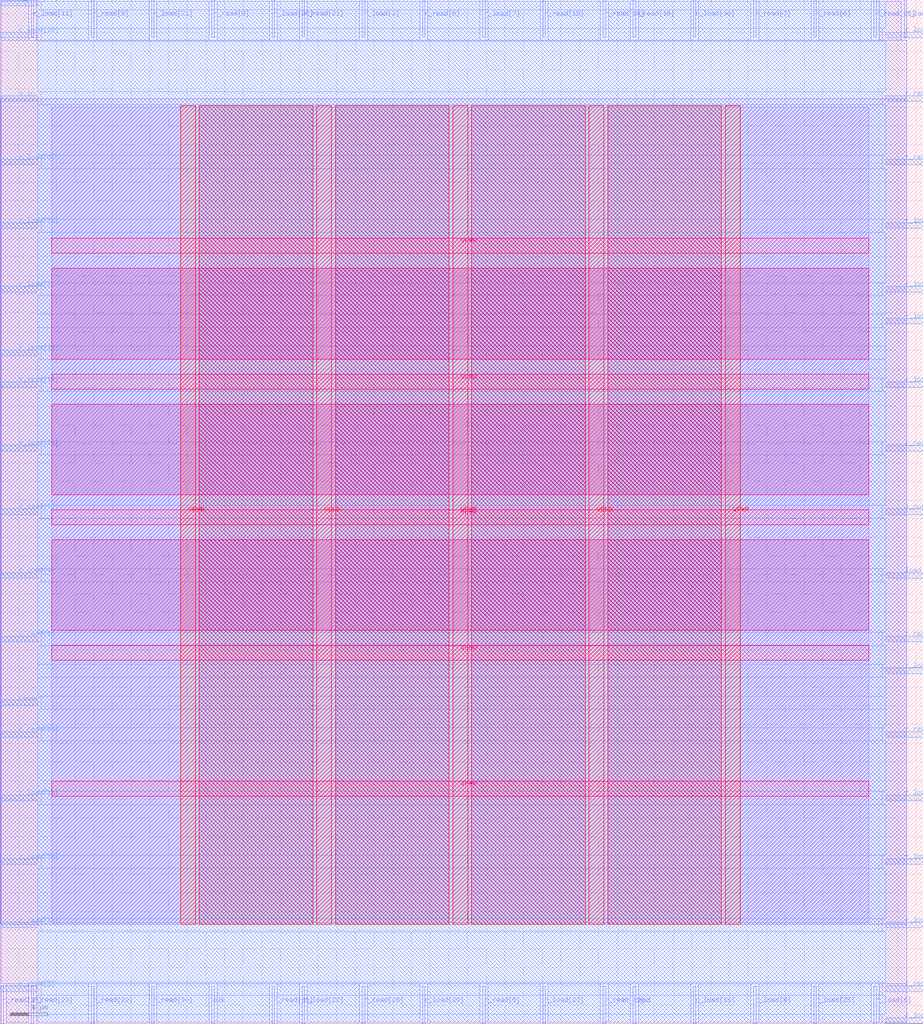
<source format=lef>
VERSION 5.7 ;
  NOWIREEXTENSIONATPIN ON ;
  DIVIDERCHAR "/" ;
  BUSBITCHARS "[]" ;
MACRO shiftregister
  CLASS BLOCK ;
  FOREIGN shiftregister ;
  ORIGIN 0.000 0.000 ;
  SIZE 98.745 BY 109.465 ;
  PIN VGND
    DIRECTION INPUT ;
    USE GROUND ;
    PORT
      LAYER met5 ;
        RECT 5.520 38.855 92.920 40.455 ;
    END
    PORT
      LAYER met5 ;
        RECT 5.520 67.865 92.920 69.465 ;
    END
    PORT
      LAYER met4 ;
        RECT 33.850 10.640 35.450 98.160 ;
    END
    PORT
      LAYER met4 ;
        RECT 62.985 10.640 64.585 98.160 ;
    END
  END VGND
  PIN VPWR
    DIRECTION INPUT ;
    USE POWER ;
    PORT
      LAYER met5 ;
        RECT 5.520 24.345 92.920 25.945 ;
    END
    PORT
      LAYER met5 ;
        RECT 5.520 53.360 92.920 54.960 ;
    END
    PORT
      LAYER met5 ;
        RECT 5.520 82.375 92.920 83.975 ;
    END
    PORT
      LAYER met4 ;
        RECT 19.290 10.640 20.890 98.160 ;
    END
    PORT
      LAYER met4 ;
        RECT 48.420 10.640 50.020 98.160 ;
    END
    PORT
      LAYER met4 ;
        RECT 77.555 10.640 79.155 98.160 ;
    END
  END VPWR
  PIN clk
    DIRECTION INPUT ;
    USE SIGNAL ;
    PORT
      LAYER met2 ;
        RECT 22.630 0.000 22.910 4.000 ;
    END
  END clk
  PIN load
    DIRECTION INPUT ;
    USE SIGNAL ;
    PORT
      LAYER met3 ;
        RECT 94.745 47.640 98.745 48.240 ;
    END
  END load
  PIN r_load[0]
    DIRECTION OUTPUT TRISTATE ;
    USE SIGNAL ;
    PORT
      LAYER met3 ;
        RECT 0.000 91.840 4.000 92.440 ;
    END
  END r_load[0]
  PIN r_load[10]
    DIRECTION OUTPUT TRISTATE ;
    USE SIGNAL ;
    PORT
      LAYER met2 ;
        RECT 74.150 0.000 74.430 4.000 ;
    END
  END r_load[10]
  PIN r_load[11]
    DIRECTION OUTPUT TRISTATE ;
    USE SIGNAL ;
    PORT
      LAYER met2 ;
        RECT 3.310 105.465 3.590 109.465 ;
    END
  END r_load[11]
  PIN r_load[12]
    DIRECTION OUTPUT TRISTATE ;
    USE SIGNAL ;
    PORT
      LAYER met3 ;
        RECT 94.745 74.840 98.745 75.440 ;
    END
  END r_load[12]
  PIN r_load[13]
    DIRECTION OUTPUT TRISTATE ;
    USE SIGNAL ;
    PORT
      LAYER met3 ;
        RECT 94.745 0.040 98.745 0.640 ;
    END
  END r_load[13]
  PIN r_load[14]
    DIRECTION OUTPUT TRISTATE ;
    USE SIGNAL ;
    PORT
      LAYER met3 ;
        RECT 94.745 17.040 98.745 17.640 ;
    END
  END r_load[14]
  PIN r_load[15]
    DIRECTION OUTPUT TRISTATE ;
    USE SIGNAL ;
    PORT
      LAYER met3 ;
        RECT 94.745 23.840 98.745 24.440 ;
    END
  END r_load[15]
  PIN r_load[16]
    DIRECTION OUTPUT TRISTATE ;
    USE SIGNAL ;
    PORT
      LAYER met3 ;
        RECT 0.000 23.840 4.000 24.440 ;
    END
  END r_load[16]
  PIN r_load[17]
    DIRECTION OUTPUT TRISTATE ;
    USE SIGNAL ;
    PORT
      LAYER met3 ;
        RECT 94.745 85.040 98.745 85.640 ;
    END
  END r_load[17]
  PIN r_load[18]
    DIRECTION OUTPUT TRISTATE ;
    USE SIGNAL ;
    PORT
      LAYER met3 ;
        RECT 0.000 105.440 4.000 106.040 ;
    END
  END r_load[18]
  PIN r_load[19]
    DIRECTION OUTPUT TRISTATE ;
    USE SIGNAL ;
    PORT
      LAYER met3 ;
        RECT 94.745 78.240 98.745 78.840 ;
    END
  END r_load[19]
  PIN r_load[1]
    DIRECTION OUTPUT TRISTATE ;
    USE SIGNAL ;
    PORT
      LAYER met3 ;
        RECT 94.745 10.240 98.745 10.840 ;
    END
  END r_load[1]
  PIN r_load[20]
    DIRECTION OUTPUT TRISTATE ;
    USE SIGNAL ;
    PORT
      LAYER met2 ;
        RECT 29.070 105.465 29.350 109.465 ;
    END
  END r_load[20]
  PIN r_load[21]
    DIRECTION OUTPUT TRISTATE ;
    USE SIGNAL ;
    PORT
      LAYER met3 ;
        RECT 94.745 37.440 98.745 38.040 ;
    END
  END r_load[21]
  PIN r_load[22]
    DIRECTION OUTPUT TRISTATE ;
    USE SIGNAL ;
    PORT
      LAYER met2 ;
        RECT 32.290 0.000 32.570 4.000 ;
    END
  END r_load[22]
  PIN r_load[23]
    DIRECTION OUTPUT TRISTATE ;
    USE SIGNAL ;
    PORT
      LAYER met3 ;
        RECT 0.000 61.240 4.000 61.840 ;
    END
  END r_load[23]
  PIN r_load[24]
    DIRECTION OUTPUT TRISTATE ;
    USE SIGNAL ;
    PORT
      LAYER met3 ;
        RECT 94.745 68.040 98.745 68.640 ;
    END
  END r_load[24]
  PIN r_load[25]
    DIRECTION OUTPUT TRISTATE ;
    USE SIGNAL ;
    PORT
      LAYER met2 ;
        RECT 87.030 0.000 87.310 4.000 ;
    END
  END r_load[25]
  PIN r_load[26]
    DIRECTION OUTPUT TRISTATE ;
    USE SIGNAL ;
    PORT
      LAYER met3 ;
        RECT 0.000 85.040 4.000 85.640 ;
    END
  END r_load[26]
  PIN r_load[27]
    DIRECTION OUTPUT TRISTATE ;
    USE SIGNAL ;
    PORT
      LAYER met2 ;
        RECT 58.050 0.000 58.330 4.000 ;
    END
  END r_load[27]
  PIN r_load[28]
    DIRECTION OUTPUT TRISTATE ;
    USE SIGNAL ;
    PORT
      LAYER met3 ;
        RECT 0.000 71.440 4.000 72.040 ;
    END
  END r_load[28]
  PIN r_load[29]
    DIRECTION OUTPUT TRISTATE ;
    USE SIGNAL ;
    PORT
      LAYER met2 ;
        RECT 45.170 0.000 45.450 4.000 ;
    END
  END r_load[29]
  PIN r_load[2]
    DIRECTION OUTPUT TRISTATE ;
    USE SIGNAL ;
    PORT
      LAYER met2 ;
        RECT 38.730 105.465 39.010 109.465 ;
    END
  END r_load[2]
  PIN r_load[30]
    DIRECTION OUTPUT TRISTATE ;
    USE SIGNAL ;
    PORT
      LAYER met2 ;
        RECT 74.150 105.465 74.430 109.465 ;
    END
  END r_load[30]
  PIN r_load[31]
    DIRECTION OUTPUT TRISTATE ;
    USE SIGNAL ;
    PORT
      LAYER met2 ;
        RECT 16.190 105.465 16.470 109.465 ;
    END
  END r_load[31]
  PIN r_load[3]
    DIRECTION OUTPUT TRISTATE ;
    USE SIGNAL ;
    PORT
      LAYER met3 ;
        RECT 0.000 78.240 4.000 78.840 ;
    END
  END r_load[3]
  PIN r_load[4]
    DIRECTION OUTPUT TRISTATE ;
    USE SIGNAL ;
    PORT
      LAYER met3 ;
        RECT 0.000 47.640 4.000 48.240 ;
    END
  END r_load[4]
  PIN r_load[5]
    DIRECTION OUTPUT TRISTATE ;
    USE SIGNAL ;
    PORT
      LAYER met2 ;
        RECT 96.690 105.465 96.970 109.465 ;
    END
  END r_load[5]
  PIN r_load[6]
    DIRECTION OUTPUT TRISTATE ;
    USE SIGNAL ;
    PORT
      LAYER met2 ;
        RECT 93.470 0.000 93.750 4.000 ;
    END
  END r_load[6]
  PIN r_load[7]
    DIRECTION OUTPUT TRISTATE ;
    USE SIGNAL ;
    PORT
      LAYER met2 ;
        RECT 51.610 105.465 51.890 109.465 ;
    END
  END r_load[7]
  PIN r_load[8]
    DIRECTION OUTPUT TRISTATE ;
    USE SIGNAL ;
    PORT
      LAYER met3 ;
        RECT 94.745 105.440 98.745 106.040 ;
    END
  END r_load[8]
  PIN r_load[9]
    DIRECTION OUTPUT TRISTATE ;
    USE SIGNAL ;
    PORT
      LAYER met2 ;
        RECT 80.590 0.000 80.870 4.000 ;
    END
  END r_load[9]
  PIN r_read[0]
    DIRECTION INPUT ;
    USE SIGNAL ;
    PORT
      LAYER met2 ;
        RECT 45.170 105.465 45.450 109.465 ;
    END
  END r_read[0]
  PIN r_read[10]
    DIRECTION INPUT ;
    USE SIGNAL ;
    PORT
      LAYER met3 ;
        RECT 0.000 10.240 4.000 10.840 ;
    END
  END r_read[10]
  PIN r_read[11]
    DIRECTION INPUT ;
    USE SIGNAL ;
    PORT
      LAYER met3 ;
        RECT 94.745 30.640 98.745 31.240 ;
    END
  END r_read[11]
  PIN r_read[12]
    DIRECTION INPUT ;
    USE SIGNAL ;
    PORT
      LAYER met2 ;
        RECT 64.490 0.000 64.770 4.000 ;
    END
  END r_read[12]
  PIN r_read[13]
    DIRECTION INPUT ;
    USE SIGNAL ;
    PORT
      LAYER met3 ;
        RECT 94.745 40.840 98.745 41.440 ;
    END
  END r_read[13]
  PIN r_read[14]
    DIRECTION INPUT ;
    USE SIGNAL ;
    PORT
      LAYER met2 ;
        RECT 64.490 105.465 64.770 109.465 ;
    END
  END r_read[14]
  PIN r_read[15]
    DIRECTION INPUT ;
    USE SIGNAL ;
    PORT
      LAYER met2 ;
        RECT 67.710 105.465 67.990 109.465 ;
    END
  END r_read[15]
  PIN r_read[16]
    DIRECTION INPUT ;
    USE SIGNAL ;
    PORT
      LAYER met3 ;
        RECT 0.000 108.840 4.000 109.440 ;
    END
  END r_read[16]
  PIN r_read[17]
    DIRECTION INPUT ;
    USE SIGNAL ;
    PORT
      LAYER met2 ;
        RECT 0.090 0.000 0.370 4.000 ;
    END
  END r_read[17]
  PIN r_read[18]
    DIRECTION INPUT ;
    USE SIGNAL ;
    PORT
      LAYER met3 ;
        RECT 0.000 68.040 4.000 68.640 ;
    END
  END r_read[18]
  PIN r_read[19]
    DIRECTION INPUT ;
    USE SIGNAL ;
    PORT
      LAYER met2 ;
        RECT 58.050 105.465 58.330 109.465 ;
    END
  END r_read[19]
  PIN r_read[1]
    DIRECTION INPUT ;
    USE SIGNAL ;
    PORT
      LAYER met3 ;
        RECT 0.000 40.840 4.000 41.440 ;
    END
  END r_read[1]
  PIN r_read[20]
    DIRECTION INPUT ;
    USE SIGNAL ;
    PORT
      LAYER met3 ;
        RECT 0.000 17.040 4.000 17.640 ;
    END
  END r_read[20]
  PIN r_read[21]
    DIRECTION INPUT ;
    USE SIGNAL ;
    PORT
      LAYER met2 ;
        RECT 32.290 105.465 32.570 109.465 ;
    END
  END r_read[21]
  PIN r_read[22]
    DIRECTION INPUT ;
    USE SIGNAL ;
    PORT
      LAYER met2 ;
        RECT 9.750 0.000 10.030 4.000 ;
    END
  END r_read[22]
  PIN r_read[23]
    DIRECTION INPUT ;
    USE SIGNAL ;
    PORT
      LAYER met2 ;
        RECT 3.310 0.000 3.590 4.000 ;
    END
  END r_read[23]
  PIN r_read[24]
    DIRECTION INPUT ;
    USE SIGNAL ;
    PORT
      LAYER met3 ;
        RECT 94.745 98.640 98.745 99.240 ;
    END
  END r_read[24]
  PIN r_read[25]
    DIRECTION INPUT ;
    USE SIGNAL ;
    PORT
      LAYER met2 ;
        RECT 93.470 105.465 93.750 109.465 ;
    END
  END r_read[25]
  PIN r_read[26]
    DIRECTION INPUT ;
    USE SIGNAL ;
    PORT
      LAYER met2 ;
        RECT 38.730 0.000 39.010 4.000 ;
    END
  END r_read[26]
  PIN r_read[27]
    DIRECTION INPUT ;
    USE SIGNAL ;
    PORT
      LAYER met3 ;
        RECT 94.745 91.840 98.745 92.440 ;
    END
  END r_read[27]
  PIN r_read[28]
    DIRECTION INPUT ;
    USE SIGNAL ;
    PORT
      LAYER met3 ;
        RECT 94.745 3.440 98.745 4.040 ;
    END
  END r_read[28]
  PIN r_read[29]
    DIRECTION INPUT ;
    USE SIGNAL ;
    PORT
      LAYER met3 ;
        RECT 0.000 30.640 4.000 31.240 ;
    END
  END r_read[29]
  PIN r_read[2]
    DIRECTION INPUT ;
    USE SIGNAL ;
    PORT
      LAYER met3 ;
        RECT 0.000 3.440 4.000 4.040 ;
    END
  END r_read[2]
  PIN r_read[30]
    DIRECTION INPUT ;
    USE SIGNAL ;
    PORT
      LAYER met2 ;
        RECT 16.190 0.000 16.470 4.000 ;
    END
  END r_read[30]
  PIN r_read[31]
    DIRECTION INPUT ;
    USE SIGNAL ;
    PORT
      LAYER met2 ;
        RECT 29.070 0.000 29.350 4.000 ;
    END
  END r_read[31]
  PIN r_read[3]
    DIRECTION INPUT ;
    USE SIGNAL ;
    PORT
      LAYER met3 ;
        RECT 0.000 54.440 4.000 55.040 ;
    END
  END r_read[3]
  PIN r_read[4]
    DIRECTION INPUT ;
    USE SIGNAL ;
    PORT
      LAYER met3 ;
        RECT 94.745 61.240 98.745 61.840 ;
    END
  END r_read[4]
  PIN r_read[5]
    DIRECTION INPUT ;
    USE SIGNAL ;
    PORT
      LAYER met2 ;
        RECT 51.610 0.000 51.890 4.000 ;
    END
  END r_read[5]
  PIN r_read[6]
    DIRECTION INPUT ;
    USE SIGNAL ;
    PORT
      LAYER met2 ;
        RECT 87.030 105.465 87.310 109.465 ;
    END
  END r_read[6]
  PIN r_read[7]
    DIRECTION INPUT ;
    USE SIGNAL ;
    PORT
      LAYER met2 ;
        RECT 80.590 105.465 80.870 109.465 ;
    END
  END r_read[7]
  PIN r_read[8]
    DIRECTION INPUT ;
    USE SIGNAL ;
    PORT
      LAYER met2 ;
        RECT 9.750 105.465 10.030 109.465 ;
    END
  END r_read[8]
  PIN r_read[9]
    DIRECTION INPUT ;
    USE SIGNAL ;
    PORT
      LAYER met2 ;
        RECT 22.630 105.465 22.910 109.465 ;
    END
  END r_read[9]
  PIN read
    DIRECTION INPUT ;
    USE SIGNAL ;
    PORT
      LAYER met2 ;
        RECT 67.710 0.000 67.990 4.000 ;
    END
  END read
  PIN reset
    DIRECTION INPUT ;
    USE SIGNAL ;
    PORT
      LAYER met3 ;
        RECT 0.000 34.040 4.000 34.640 ;
    END
  END reset
  PIN s_in
    DIRECTION INPUT ;
    USE SIGNAL ;
    PORT
      LAYER met3 ;
        RECT 0.000 98.640 4.000 99.240 ;
    END
  END s_in
  PIN s_out
    DIRECTION OUTPUT TRISTATE ;
    USE SIGNAL ;
    PORT
      LAYER met3 ;
        RECT 94.745 54.440 98.745 55.040 ;
    END
  END s_out
  OBS
      LAYER li1 ;
        RECT 5.520 10.795 92.920 98.005 ;
      LAYER met1 ;
        RECT 0.070 10.640 96.990 98.900 ;
      LAYER met2 ;
        RECT 0.100 105.185 3.030 109.325 ;
        RECT 3.870 105.185 9.470 109.325 ;
        RECT 10.310 105.185 15.910 109.325 ;
        RECT 16.750 105.185 22.350 109.325 ;
        RECT 23.190 105.185 28.790 109.325 ;
        RECT 29.630 105.185 32.010 109.325 ;
        RECT 32.850 105.185 38.450 109.325 ;
        RECT 39.290 105.185 44.890 109.325 ;
        RECT 45.730 105.185 51.330 109.325 ;
        RECT 52.170 105.185 57.770 109.325 ;
        RECT 58.610 105.185 64.210 109.325 ;
        RECT 65.050 105.185 67.430 109.325 ;
        RECT 68.270 105.185 73.870 109.325 ;
        RECT 74.710 105.185 80.310 109.325 ;
        RECT 81.150 105.185 86.750 109.325 ;
        RECT 87.590 105.185 93.190 109.325 ;
        RECT 94.030 105.185 96.410 109.325 ;
        RECT 0.100 4.280 96.960 105.185 ;
        RECT 0.650 0.155 3.030 4.280 ;
        RECT 3.870 0.155 9.470 4.280 ;
        RECT 10.310 0.155 15.910 4.280 ;
        RECT 16.750 0.155 22.350 4.280 ;
        RECT 23.190 0.155 28.790 4.280 ;
        RECT 29.630 0.155 32.010 4.280 ;
        RECT 32.850 0.155 38.450 4.280 ;
        RECT 39.290 0.155 44.890 4.280 ;
        RECT 45.730 0.155 51.330 4.280 ;
        RECT 52.170 0.155 57.770 4.280 ;
        RECT 58.610 0.155 64.210 4.280 ;
        RECT 65.050 0.155 67.430 4.280 ;
        RECT 68.270 0.155 73.870 4.280 ;
        RECT 74.710 0.155 80.310 4.280 ;
        RECT 81.150 0.155 86.750 4.280 ;
        RECT 87.590 0.155 93.190 4.280 ;
        RECT 94.030 0.155 96.960 4.280 ;
      LAYER met3 ;
        RECT 4.400 108.440 94.745 109.305 ;
        RECT 4.000 106.440 94.745 108.440 ;
        RECT 4.400 105.040 94.345 106.440 ;
        RECT 4.000 99.640 94.745 105.040 ;
        RECT 4.400 98.240 94.345 99.640 ;
        RECT 4.000 92.840 94.745 98.240 ;
        RECT 4.400 91.440 94.345 92.840 ;
        RECT 4.000 86.040 94.745 91.440 ;
        RECT 4.400 84.640 94.345 86.040 ;
        RECT 4.000 79.240 94.745 84.640 ;
        RECT 4.400 77.840 94.345 79.240 ;
        RECT 4.000 75.840 94.745 77.840 ;
        RECT 4.000 74.440 94.345 75.840 ;
        RECT 4.000 72.440 94.745 74.440 ;
        RECT 4.400 71.040 94.745 72.440 ;
        RECT 4.000 69.040 94.745 71.040 ;
        RECT 4.400 67.640 94.345 69.040 ;
        RECT 4.000 62.240 94.745 67.640 ;
        RECT 4.400 60.840 94.345 62.240 ;
        RECT 4.000 55.440 94.745 60.840 ;
        RECT 4.400 54.040 94.345 55.440 ;
        RECT 4.000 48.640 94.745 54.040 ;
        RECT 4.400 47.240 94.345 48.640 ;
        RECT 4.000 41.840 94.745 47.240 ;
        RECT 4.400 40.440 94.345 41.840 ;
        RECT 4.000 38.440 94.745 40.440 ;
        RECT 4.000 37.040 94.345 38.440 ;
        RECT 4.000 35.040 94.745 37.040 ;
        RECT 4.400 33.640 94.745 35.040 ;
        RECT 4.000 31.640 94.745 33.640 ;
        RECT 4.400 30.240 94.345 31.640 ;
        RECT 4.000 24.840 94.745 30.240 ;
        RECT 4.400 23.440 94.345 24.840 ;
        RECT 4.000 18.040 94.745 23.440 ;
        RECT 4.400 16.640 94.345 18.040 ;
        RECT 4.000 11.240 94.745 16.640 ;
        RECT 4.400 9.840 94.345 11.240 ;
        RECT 4.000 4.440 94.745 9.840 ;
        RECT 4.400 3.040 94.345 4.440 ;
        RECT 4.000 1.040 94.745 3.040 ;
        RECT 4.000 0.175 94.345 1.040 ;
      LAYER met4 ;
        RECT 21.290 10.640 33.450 98.160 ;
        RECT 35.850 10.640 48.020 98.160 ;
        RECT 50.420 10.640 62.585 98.160 ;
        RECT 64.985 10.640 77.155 98.160 ;
      LAYER met5 ;
        RECT 5.520 71.065 92.920 80.775 ;
        RECT 5.520 56.560 92.920 66.265 ;
        RECT 5.520 42.055 92.920 51.760 ;
  END
END shiftregister
END LIBRARY


</source>
